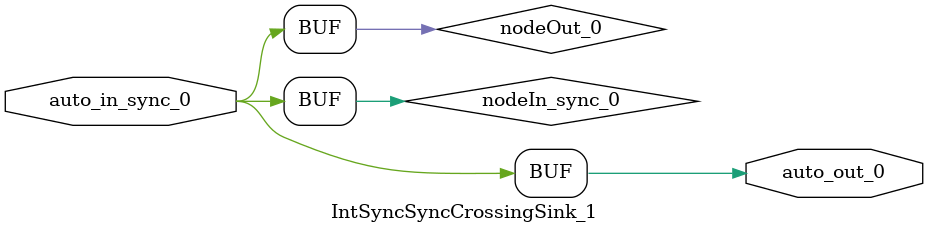
<source format=sv>
`ifndef RANDOMIZE
  `ifdef RANDOMIZE_REG_INIT
    `define RANDOMIZE
  `endif // RANDOMIZE_REG_INIT
`endif // not def RANDOMIZE
`ifndef RANDOMIZE
  `ifdef RANDOMIZE_MEM_INIT
    `define RANDOMIZE
  `endif // RANDOMIZE_MEM_INIT
`endif // not def RANDOMIZE

`ifndef RANDOM
  `define RANDOM $random
`endif // not def RANDOM

// Users can define 'ASSERT_VERBOSE_COND' to add an extra gate to assert error printing.
`ifndef ASSERT_VERBOSE_COND_
  `ifdef ASSERT_VERBOSE_COND
    `define ASSERT_VERBOSE_COND_ (`ASSERT_VERBOSE_COND)
  `else  // ASSERT_VERBOSE_COND
    `define ASSERT_VERBOSE_COND_ 1
  `endif // ASSERT_VERBOSE_COND
`endif // not def ASSERT_VERBOSE_COND_

// Users can define 'STOP_COND' to add an extra gate to stop conditions.
`ifndef STOP_COND_
  `ifdef STOP_COND
    `define STOP_COND_ (`STOP_COND)
  `else  // STOP_COND
    `define STOP_COND_ 1
  `endif // STOP_COND
`endif // not def STOP_COND_

// Users can define INIT_RANDOM as general code that gets injected into the
// initializer block for modules with registers.
`ifndef INIT_RANDOM
  `define INIT_RANDOM
`endif // not def INIT_RANDOM

// If using random initialization, you can also define RANDOMIZE_DELAY to
// customize the delay used, otherwise 0.002 is used.
`ifndef RANDOMIZE_DELAY
  `define RANDOMIZE_DELAY 0.002
`endif // not def RANDOMIZE_DELAY

// Define INIT_RANDOM_PROLOG_ for use in our modules below.
`ifndef INIT_RANDOM_PROLOG_
  `ifdef RANDOMIZE
    `ifdef VERILATOR
      `define INIT_RANDOM_PROLOG_ `INIT_RANDOM
    `else  // VERILATOR
      `define INIT_RANDOM_PROLOG_ `INIT_RANDOM #`RANDOMIZE_DELAY begin end
    `endif // VERILATOR
  `else  // RANDOMIZE
    `define INIT_RANDOM_PROLOG_
  `endif // RANDOMIZE
`endif // not def INIT_RANDOM_PROLOG_

module IntSyncSyncCrossingSink_1(
  input  auto_in_sync_0,	// src/main/scala/diplomacy/LazyModule.scala:374:18
  output auto_out_0	// src/main/scala/diplomacy/LazyModule.scala:374:18
);

  wire nodeIn_sync_0 = auto_in_sync_0;	// src/main/scala/diplomacy/Nodes.scala:1214:17
  wire nodeOut_0 = nodeIn_sync_0;	// src/main/scala/diplomacy/Nodes.scala:1205:17, :1214:17
  assign auto_out_0 = nodeOut_0;	// src/main/scala/diplomacy/Nodes.scala:1205:17
endmodule


</source>
